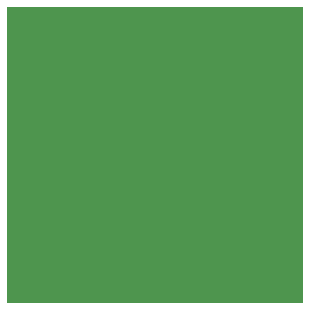
<source format=gbl>
G04*
G04 #@! TF.GenerationSoftware,Altium Limited,Altium Designer,24.0.1 (36)*
G04*
G04 Layer_Physical_Order=2*
G04 Layer_Color=16711680*
%FSLAX25Y25*%
%MOIN*%
G70*
G04*
G04 #@! TF.SameCoordinates,547C949A-E5A6-49C9-BC53-363AC5528938*
G04*
G04*
G04 #@! TF.FilePolarity,Positive*
G04*
G01*
G75*
%ADD18C,0.13780*%
%ADD19C,0.02362*%
G36*
X98425Y0D02*
X0D01*
Y98425D01*
X98425D01*
Y0D01*
D02*
G37*
D18*
X88583Y9843D02*
D03*
Y88583D02*
D03*
X9843D02*
D03*
Y9843D02*
D03*
D19*
X76772Y50197D02*
D03*
X73819Y62008D02*
D03*
X64961Y74803D02*
D03*
X57087D02*
D03*
X45276D02*
D03*
X36417D02*
D03*
X24606D02*
D03*
X16732D02*
D03*
X31496Y52165D02*
D03*
X69882D02*
D03*
Y45276D02*
D03*
X61024D02*
D03*
Y52165D02*
D03*
X51181Y45276D02*
D03*
Y52165D02*
D03*
X41339D02*
D03*
Y45276D02*
D03*
X86614Y21654D02*
D03*
X77756D02*
D03*
X65945D02*
D03*
X57087D02*
D03*
X46260D02*
D03*
X36417D02*
D03*
X88583Y56102D02*
D03*
X94488D02*
D03*
X88583Y64961D02*
D03*
Y72835D02*
D03*
X73819D02*
D03*
Y66929D02*
D03*
X74803Y56102D02*
D03*
X80709Y46260D02*
D03*
X85630Y43307D02*
D03*
X94488D02*
D03*
X25591Y19685D02*
D03*
X16732D02*
D03*
X13780Y35433D02*
D03*
X2953Y43307D02*
D03*
X8858D02*
D03*
X12795Y40354D02*
D03*
X13780Y30512D02*
D03*
Y24606D02*
D03*
X28543D02*
D03*
Y30512D02*
D03*
X27559Y37402D02*
D03*
Y43307D02*
D03*
X23622Y48228D02*
D03*
X19685Y52165D02*
D03*
X15748Y55118D02*
D03*
X8858D02*
D03*
X2953D02*
D03*
M02*

</source>
